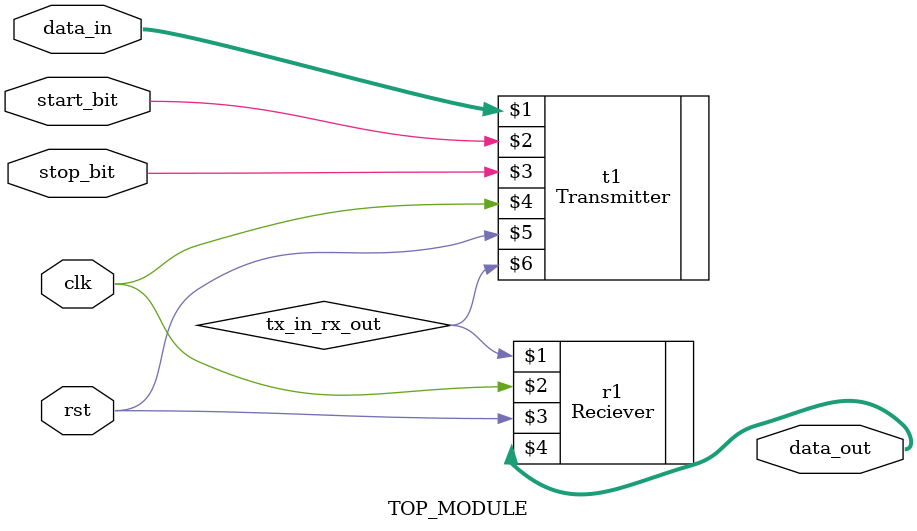
<source format=v>
`timescale 1ns / 1ps
module TOP_MODULE(data_in,clk,rst,data_out,start_bit,stop_bit);

input [7:0] data_in;
input clk,rst;
output [7:0] data_out;
input start_bit,stop_bit;
wire tx_in_rx_out;

Transmitter t1(data_in,start_bit,stop_bit,clk,rst,tx_in_rx_out);
Reciever r1(tx_in_rx_out,clk,rst,data_out);

endmodule

</source>
